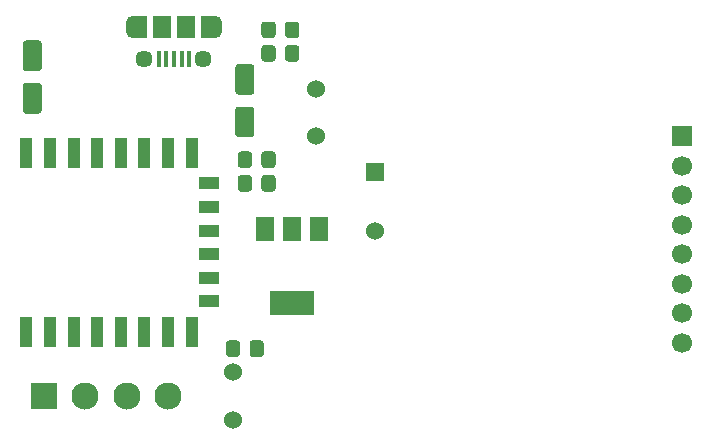
<source format=gbr>
%TF.GenerationSoftware,KiCad,Pcbnew,(5.1.9)-1*%
%TF.CreationDate,2021-04-23T22:48:30+02:00*%
%TF.ProjectId,test,74657374-2e6b-4696-9361-645f70636258,rev?*%
%TF.SameCoordinates,Original*%
%TF.FileFunction,Soldermask,Top*%
%TF.FilePolarity,Negative*%
%FSLAX46Y46*%
G04 Gerber Fmt 4.6, Leading zero omitted, Abs format (unit mm)*
G04 Created by KiCad (PCBNEW (5.1.9)-1) date 2021-04-23 22:48:30*
%MOMM*%
%LPD*%
G01*
G04 APERTURE LIST*
%ADD10R,1.000000X2.500000*%
%ADD11R,1.800000X1.000000*%
%ADD12R,1.200000X1.900000*%
%ADD13O,1.200000X1.900000*%
%ADD14R,1.500000X1.900000*%
%ADD15C,1.450000*%
%ADD16R,0.400000X1.350000*%
%ADD17C,1.524000*%
%ADD18C,2.300000*%
%ADD19R,2.300000X2.300000*%
%ADD20C,1.700000*%
%ADD21R,1.700000X1.700000*%
%ADD22R,1.524000X1.524000*%
%ADD23R,1.500000X2.000000*%
%ADD24R,3.800000X2.000000*%
G04 APERTURE END LIST*
D10*
%TO.C,ESP1*%
X15500000Y-26400000D03*
X17500000Y-26400000D03*
X19500000Y-26400000D03*
X21500000Y-26400000D03*
X23500000Y-26400000D03*
X25500000Y-26400000D03*
X27500000Y-26400000D03*
X29500000Y-26400000D03*
D11*
X31000000Y-29000000D03*
X31000000Y-31000000D03*
X31000000Y-33000000D03*
X31000000Y-35000000D03*
X31000000Y-37000000D03*
X31000000Y-39000000D03*
D10*
X29500000Y-41600000D03*
X27500000Y-41600000D03*
X25500000Y-41600000D03*
X23500000Y-41600000D03*
X21500000Y-41600000D03*
X19500000Y-41600000D03*
X17500000Y-41600000D03*
X15500000Y-41600000D03*
%TD*%
%TO.C,C4.7uF2*%
G36*
G01*
X34550000Y-21500000D02*
X33450000Y-21500000D01*
G75*
G02*
X33200000Y-21250000I0J250000D01*
G01*
X33200000Y-19150000D01*
G75*
G02*
X33450000Y-18900000I250000J0D01*
G01*
X34550000Y-18900000D01*
G75*
G02*
X34800000Y-19150000I0J-250000D01*
G01*
X34800000Y-21250000D01*
G75*
G02*
X34550000Y-21500000I-250000J0D01*
G01*
G37*
G36*
G01*
X34550000Y-25100000D02*
X33450000Y-25100000D01*
G75*
G02*
X33200000Y-24850000I0J250000D01*
G01*
X33200000Y-22750000D01*
G75*
G02*
X33450000Y-22500000I250000J0D01*
G01*
X34550000Y-22500000D01*
G75*
G02*
X34800000Y-22750000I0J-250000D01*
G01*
X34800000Y-24850000D01*
G75*
G02*
X34550000Y-25100000I-250000J0D01*
G01*
G37*
%TD*%
%TO.C,C4.7uF1*%
G36*
G01*
X15450000Y-20500000D02*
X16550000Y-20500000D01*
G75*
G02*
X16800000Y-20750000I0J-250000D01*
G01*
X16800000Y-22850000D01*
G75*
G02*
X16550000Y-23100000I-250000J0D01*
G01*
X15450000Y-23100000D01*
G75*
G02*
X15200000Y-22850000I0J250000D01*
G01*
X15200000Y-20750000D01*
G75*
G02*
X15450000Y-20500000I250000J0D01*
G01*
G37*
G36*
G01*
X15450000Y-16900000D02*
X16550000Y-16900000D01*
G75*
G02*
X16800000Y-17150000I0J-250000D01*
G01*
X16800000Y-19250000D01*
G75*
G02*
X16550000Y-19500000I-250000J0D01*
G01*
X15450000Y-19500000D01*
G75*
G02*
X15200000Y-19250000I0J250000D01*
G01*
X15200000Y-17150000D01*
G75*
G02*
X15450000Y-16900000I250000J0D01*
G01*
G37*
%TD*%
D12*
%TO.C,USB1*%
X30900000Y-15762500D03*
X25100000Y-15762500D03*
D13*
X24500000Y-15762500D03*
X31500000Y-15762500D03*
D14*
X29000000Y-15762500D03*
D15*
X25500000Y-18462500D03*
D16*
X28000000Y-18462500D03*
X27350000Y-18462500D03*
X26700000Y-18462500D03*
X29300000Y-18462500D03*
X28650000Y-18462500D03*
D15*
X30500000Y-18462500D03*
D14*
X27000000Y-15762500D03*
%TD*%
%TO.C,R10k4*%
G36*
G01*
X34600000Y-26549999D02*
X34600000Y-27450001D01*
G75*
G02*
X34350001Y-27700000I-249999J0D01*
G01*
X33649999Y-27700000D01*
G75*
G02*
X33400000Y-27450001I0J249999D01*
G01*
X33400000Y-26549999D01*
G75*
G02*
X33649999Y-26300000I249999J0D01*
G01*
X34350001Y-26300000D01*
G75*
G02*
X34600000Y-26549999I0J-249999D01*
G01*
G37*
G36*
G01*
X36600000Y-26549999D02*
X36600000Y-27450001D01*
G75*
G02*
X36350001Y-27700000I-249999J0D01*
G01*
X35649999Y-27700000D01*
G75*
G02*
X35400000Y-27450001I0J249999D01*
G01*
X35400000Y-26549999D01*
G75*
G02*
X35649999Y-26300000I249999J0D01*
G01*
X36350001Y-26300000D01*
G75*
G02*
X36600000Y-26549999I0J-249999D01*
G01*
G37*
%TD*%
%TO.C,R10k3*%
G36*
G01*
X36600000Y-15549999D02*
X36600000Y-16450001D01*
G75*
G02*
X36350001Y-16700000I-249999J0D01*
G01*
X35649999Y-16700000D01*
G75*
G02*
X35400000Y-16450001I0J249999D01*
G01*
X35400000Y-15549999D01*
G75*
G02*
X35649999Y-15300000I249999J0D01*
G01*
X36350001Y-15300000D01*
G75*
G02*
X36600000Y-15549999I0J-249999D01*
G01*
G37*
G36*
G01*
X38600000Y-15549999D02*
X38600000Y-16450001D01*
G75*
G02*
X38350001Y-16700000I-249999J0D01*
G01*
X37649999Y-16700000D01*
G75*
G02*
X37400000Y-16450001I0J249999D01*
G01*
X37400000Y-15549999D01*
G75*
G02*
X37649999Y-15300000I249999J0D01*
G01*
X38350001Y-15300000D01*
G75*
G02*
X38600000Y-15549999I0J-249999D01*
G01*
G37*
%TD*%
%TO.C,R10k2*%
G36*
G01*
X34600000Y-28549999D02*
X34600000Y-29450001D01*
G75*
G02*
X34350001Y-29700000I-249999J0D01*
G01*
X33649999Y-29700000D01*
G75*
G02*
X33400000Y-29450001I0J249999D01*
G01*
X33400000Y-28549999D01*
G75*
G02*
X33649999Y-28300000I249999J0D01*
G01*
X34350001Y-28300000D01*
G75*
G02*
X34600000Y-28549999I0J-249999D01*
G01*
G37*
G36*
G01*
X36600000Y-28549999D02*
X36600000Y-29450001D01*
G75*
G02*
X36350001Y-29700000I-249999J0D01*
G01*
X35649999Y-29700000D01*
G75*
G02*
X35400000Y-29450001I0J249999D01*
G01*
X35400000Y-28549999D01*
G75*
G02*
X35649999Y-28300000I249999J0D01*
G01*
X36350001Y-28300000D01*
G75*
G02*
X36600000Y-28549999I0J-249999D01*
G01*
G37*
%TD*%
%TO.C,R10k1*%
G36*
G01*
X33600000Y-42549999D02*
X33600000Y-43450001D01*
G75*
G02*
X33350001Y-43700000I-249999J0D01*
G01*
X32649999Y-43700000D01*
G75*
G02*
X32400000Y-43450001I0J249999D01*
G01*
X32400000Y-42549999D01*
G75*
G02*
X32649999Y-42300000I249999J0D01*
G01*
X33350001Y-42300000D01*
G75*
G02*
X33600000Y-42549999I0J-249999D01*
G01*
G37*
G36*
G01*
X35600000Y-42549999D02*
X35600000Y-43450001D01*
G75*
G02*
X35350001Y-43700000I-249999J0D01*
G01*
X34649999Y-43700000D01*
G75*
G02*
X34400000Y-43450001I0J249999D01*
G01*
X34400000Y-42549999D01*
G75*
G02*
X34649999Y-42300000I249999J0D01*
G01*
X35350001Y-42300000D01*
G75*
G02*
X35600000Y-42549999I0J-249999D01*
G01*
G37*
%TD*%
%TO.C,R470*%
G36*
G01*
X36600000Y-17549999D02*
X36600000Y-18450001D01*
G75*
G02*
X36350001Y-18700000I-249999J0D01*
G01*
X35649999Y-18700000D01*
G75*
G02*
X35400000Y-18450001I0J249999D01*
G01*
X35400000Y-17549999D01*
G75*
G02*
X35649999Y-17300000I249999J0D01*
G01*
X36350001Y-17300000D01*
G75*
G02*
X36600000Y-17549999I0J-249999D01*
G01*
G37*
G36*
G01*
X38600000Y-17549999D02*
X38600000Y-18450001D01*
G75*
G02*
X38350001Y-18700000I-249999J0D01*
G01*
X37649999Y-18700000D01*
G75*
G02*
X37400000Y-18450001I0J249999D01*
G01*
X37400000Y-17549999D01*
G75*
G02*
X37649999Y-17300000I249999J0D01*
G01*
X38350001Y-17300000D01*
G75*
G02*
X38600000Y-17549999I0J-249999D01*
G01*
G37*
%TD*%
D17*
%TO.C,Prog1*%
X33000000Y-45000000D03*
X33000000Y-49000000D03*
%TD*%
%TO.C,Enable1*%
X40000000Y-21000000D03*
X40000000Y-25000000D03*
%TD*%
D18*
%TO.C,ConnProg1*%
X27500000Y-47000000D03*
X24000000Y-47000000D03*
X20500000Y-47000000D03*
D19*
X17000000Y-47000000D03*
%TD*%
D20*
%TO.C,ConnMFRC1*%
X71000000Y-42500000D03*
X71000000Y-40000000D03*
X71000000Y-37500000D03*
X71000000Y-35000000D03*
X71000000Y-32500000D03*
X71000000Y-30000000D03*
X71000000Y-27500000D03*
D21*
X71000000Y-25000000D03*
%TD*%
D17*
%TO.C,Beeper1*%
X45000000Y-33000000D03*
D22*
X45000000Y-28000000D03*
%TD*%
D23*
%TO.C,AMS1117*%
X40300000Y-32850000D03*
X35700000Y-32850000D03*
X38000000Y-32850000D03*
D24*
X38000000Y-39150000D03*
%TD*%
M02*

</source>
